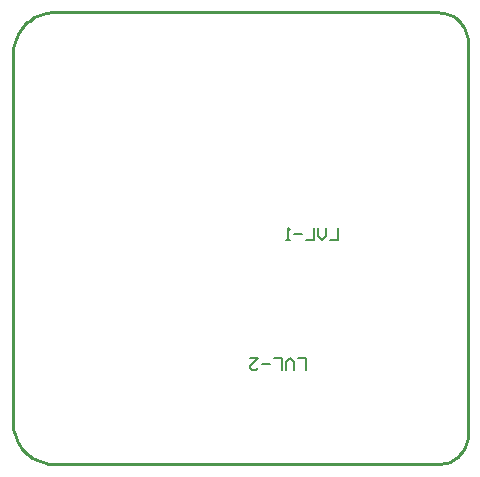
<source format=gm1>
G04*
G04 #@! TF.GenerationSoftware,Altium Limited,Altium Designer,23.2.1 (34)*
G04*
G04 Layer_Color=16711935*
%FSLAX25Y25*%
%MOIN*%
G70*
G04*
G04 #@! TF.SameCoordinates,E1977E32-75BF-4710-9DAA-36D8A4D6ACA6*
G04*
G04*
G04 #@! TF.FilePolarity,Positive*
G04*
G01*
G75*
%ADD52C,0.01000*%
%ADD66C,0.00700*%
D52*
X13780Y150591D02*
X12797Y150555D01*
X11818Y150450D01*
X10851Y150276D01*
X9897Y150032D01*
X8964Y149722D01*
X8055Y149345D01*
X7176Y148905D01*
X6330Y148403D01*
X5522Y147842D01*
X4756Y147225D01*
X4036Y146555D01*
X3366Y145835D01*
X2748Y145069D01*
X2187Y144261D01*
X1685Y143415D01*
X1245Y142535D01*
X869Y141627D01*
X558Y140693D01*
X315Y139740D01*
X140Y138772D01*
X35Y137794D01*
X0Y136811D01*
X151575Y140748D02*
X151521Y141777D01*
X151360Y142794D01*
X151093Y143790D01*
X150724Y144751D01*
X150256Y145669D01*
X149695Y146533D01*
X149047Y147334D01*
X148318Y148062D01*
X147518Y148711D01*
X146653Y149272D01*
X145736Y149740D01*
X144774Y150109D01*
X143779Y150375D01*
X142761Y150537D01*
X141732Y150591D01*
Y0D02*
X142761Y54D01*
X143779Y215D01*
X144774Y482D01*
X145736Y851D01*
X146653Y1319D01*
X147518Y1880D01*
X148318Y2528D01*
X149047Y3257D01*
X149695Y4057D01*
X150256Y4921D01*
X150724Y5839D01*
X151093Y6801D01*
X151360Y7796D01*
X151521Y8814D01*
X151575Y9843D01*
X27Y13790D02*
X62Y12807D01*
X167Y11829D01*
X341Y10861D01*
X585Y9908D01*
X895Y8975D01*
X1272Y8066D01*
X1712Y7186D01*
X2214Y6341D01*
X2775Y5533D01*
X3392Y4767D01*
X4062Y4047D01*
X4782Y3376D01*
X5548Y2759D01*
X6356Y2198D01*
X7202Y1696D01*
X8082Y1256D01*
X8991Y880D01*
X9924Y569D01*
X10877Y326D01*
X11845Y151D01*
X12823Y46D01*
X13806Y11D01*
X151575Y9843D02*
X151575Y140748D01*
X13780Y150591D02*
X141732Y150591D01*
X26Y13790D02*
X27Y136811D01*
X13806Y0D02*
X141732Y0D01*
D66*
X97535Y31466D02*
Y35465D01*
X94870D01*
X93537Y31466D02*
Y34132D01*
X92204Y35465D01*
X90871Y34132D01*
Y31466D01*
X89538D02*
Y35465D01*
X86872D01*
X85539Y33465D02*
X82873D01*
X78875Y35465D02*
X81541D01*
X78875Y32799D01*
Y32132D01*
X79541Y31466D01*
X80874D01*
X81541Y32132D01*
X108362Y78770D02*
Y74772D01*
X105696D01*
X104364Y78770D02*
Y76105D01*
X103031Y74772D01*
X101698Y76105D01*
Y78770D01*
X100365D02*
Y74772D01*
X97699D01*
X96366Y76771D02*
X93700D01*
X92367Y74772D02*
X91035D01*
X91701D01*
Y78770D01*
X92367Y78104D01*
M02*

</source>
